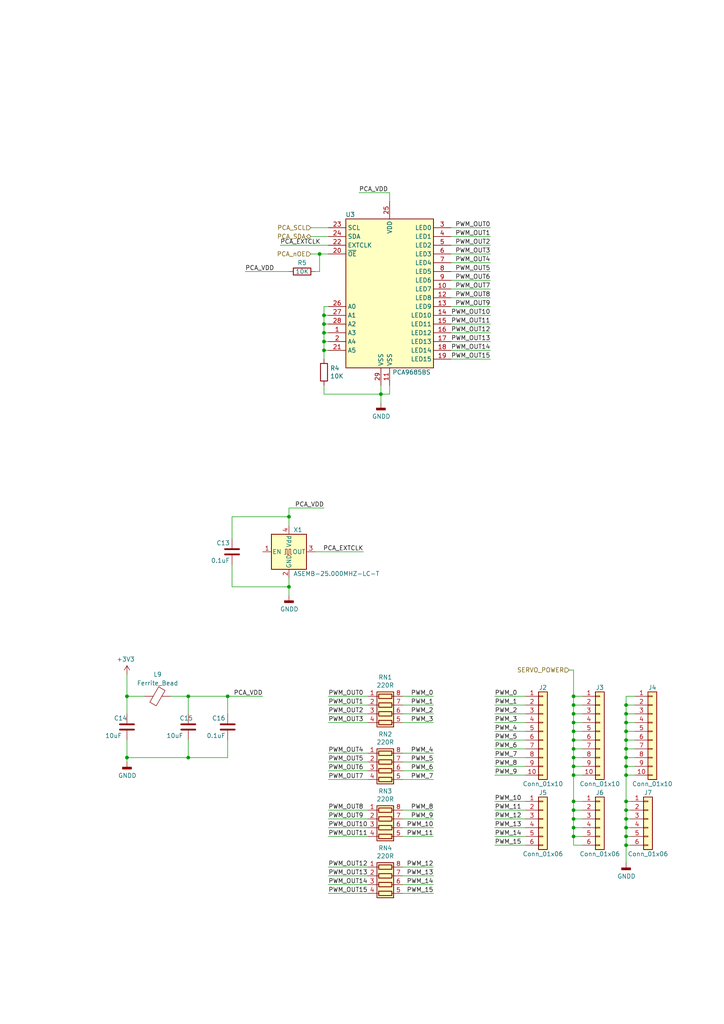
<source format=kicad_sch>
(kicad_sch (version 20211123) (generator eeschema)
  (paper "A4" portrait)
  (title_block (title "RasPi Zero NAV Hat") (date "2022-10-12") (rev "0.1") (company "chipiki.ru") (comment 1 "RasPi Zero NAV Hat") (comment 2 "Denis Tsekh"))
  (lib_symbols
    (symbol "Connector_Generic:Conn_01x06" (pin_names (offset 1.016) hide)
      (property "Reference" "J" (at 0 7.62 0))
      (property "Value" "Conn_01x06" (at 0 -10.16 0))
      (symbol "Conn_01x06_1_1"
        (rectangle (start -1.27 -7.493) (end 0 -7.747) (stroke (width 0.1524)))
        (rectangle (start -1.27 -4.953) (end 0 -5.207) (stroke (width 0.1524)))
        (rectangle (start -1.27 -2.413) (end 0 -2.667) (stroke (width 0.1524)))
        (rectangle (start -1.27 0.127) (end 0 -0.127) (stroke (width 0.1524)))
        (rectangle (start -1.27 2.667) (end 0 2.413) (stroke (width 0.1524)))
        (rectangle (start -1.27 5.207) (end 0 4.953) (stroke (width 0.1524)))
        (rectangle (start -1.27 6.35) (end 1.27 -8.89) (stroke (width 0.254)) (fill (type background)))
        (pin passive line (at -5.08 5.08 0) (length 3.81) (name "Pin_1") (number "1"))
        (pin passive line (at -5.08 2.54 0) (length 3.81) (name "Pin_2") (number "2"))
        (pin passive line (at -5.08 0 0) (length 3.81) (name "Pin_3") (number "3"))
        (pin passive line (at -5.08 -2.54 0) (length 3.81) (name "Pin_4") (number "4"))
        (pin passive line (at -5.08 -5.08 0) (length 3.81) (name "Pin_5") (number "5"))
        (pin passive line (at -5.08 -7.62 0) (length 3.81) (name "Pin_6") (number "6"))
      )
    )
    (symbol "Connector_Generic:Conn_01x10" (pin_names (offset 1.016) hide)
      (property "Reference" "J" (at 0 12.7 0))
      (property "Value" "Conn_01x10" (at 0 -15.24 0))
      (symbol "Conn_01x10_1_1"
        (rectangle (start -1.27 -12.573) (end 0 -12.827) (stroke (width 0.1524)))
        (rectangle (start -1.27 -10.033) (end 0 -10.287) (stroke (width 0.1524)))
        (rectangle (start -1.27 -7.493) (end 0 -7.747) (stroke (width 0.1524)))
        (rectangle (start -1.27 -4.953) (end 0 -5.207) (stroke (width 0.1524)))
        (rectangle (start -1.27 -2.413) (end 0 -2.667) (stroke (width 0.1524)))
        (rectangle (start -1.27 0.127) (end 0 -0.127) (stroke (width 0.1524)))
        (rectangle (start -1.27 2.667) (end 0 2.413) (stroke (width 0.1524)))
        (rectangle (start -1.27 5.207) (end 0 4.953) (stroke (width 0.1524)))
        (rectangle (start -1.27 7.747) (end 0 7.493) (stroke (width 0.1524)))
        (rectangle (start -1.27 10.287) (end 0 10.033) (stroke (width 0.1524)))
        (rectangle (start -1.27 11.43) (end 1.27 -13.97) (stroke (width 0.254)) (fill (type background)))
        (pin passive line (at -5.08 10.16 0) (length 3.81) (name "Pin_1") (number "1"))
        (pin passive line (at -5.08 -12.7 0) (length 3.81) (name "Pin_10") (number "10"))
        (pin passive line (at -5.08 7.62 0) (length 3.81) (name "Pin_2") (number "2"))
        (pin passive line (at -5.08 5.08 0) (length 3.81) (name "Pin_3") (number "3"))
        (pin passive line (at -5.08 2.54 0) (length 3.81) (name "Pin_4") (number "4"))
        (pin passive line (at -5.08 0 0) (length 3.81) (name "Pin_5") (number "5"))
        (pin passive line (at -5.08 -2.54 0) (length 3.81) (name "Pin_6") (number "6"))
        (pin passive line (at -5.08 -5.08 0) (length 3.81) (name "Pin_7") (number "7"))
        (pin passive line (at -5.08 -7.62 0) (length 3.81) (name "Pin_8") (number "8"))
        (pin passive line (at -5.08 -10.16 0) (length 3.81) (name "Pin_9") (number "9"))
      )
    )
    (symbol "Device:C" (pin_numbers hide) (pin_names (offset 0.254))
      (property "Reference" "C" (at 0.635 2.54 0))
      (property "Value" "C" (at 0.635 -2.54 0))
      (symbol "C_0_1"
        (polyline (pts (xy -2.032 -0.762) (xy 2.032 -0.762)) (stroke (width 0.508)))
        (polyline (pts (xy -2.032 0.762) (xy 2.032 0.762)) (stroke (width 0.508)))
      )
      (symbol "C_1_1"
        (pin passive line (at 0 3.81 270) (length 2.794) (name "~") (number "1"))
        (pin passive line (at 0 -3.81 90) (length 2.794) (name "~") (number "2"))
      )
    )
    (symbol "Device:FerriteBead" (pin_numbers hide) (pin_names (offset 0))
      (property "Reference" "FB" (at -3.81 0.635 90))
      (property "Value" "FerriteBead" (at 3.81 0 90))
      (symbol "FerriteBead_0_1"
        (polyline (pts (xy 0 -1.27) (xy 0 -1.2192)))
        (polyline (pts (xy 0 1.27) (xy 0 1.2954)))
        (polyline (pts (xy -2.7686 0.4064) (xy -1.7018 2.2606) (xy 2.7686 -0.3048) (xy 1.6764 -2.159) (xy -2.7686 0.4064)))
      )
      (symbol "FerriteBead_1_1"
        (pin passive line (at 0 3.81 270) (length 2.54) (name "~") (number "1"))
        (pin passive line (at 0 -3.81 90) (length 2.54) (name "~") (number "2"))
      )
    )
    (symbol "Device:R" (pin_numbers hide) (pin_names (offset 0))
      (property "Reference" "R" (at 2.032 0 90))
      (property "Value" "R" (at 0 0 90))
      (symbol "R_0_1"
        (rectangle (start -1.016 -2.54) (end 1.016 2.54) (stroke (width 0.254)))
      )
      (symbol "R_1_1"
        (pin passive line (at 0 3.81 270) (length 1.27) (name "~") (number "1"))
        (pin passive line (at 0 -3.81 90) (length 1.27) (name "~") (number "2"))
      )
    )
    (symbol "Device:R_Pack04" (pin_names (offset 0) hide)
      (property "Reference" "RN" (at -7.62 0 90))
      (property "Value" "R_Pack04" (at 5.08 0 90))
      (symbol "R_Pack04_0_1"
        (rectangle (start -6.35 -2.413) (end 3.81 2.413) (stroke (width 0.254)) (fill (type background)))
        (rectangle (start -5.715 1.905) (end -4.445 -1.905) (stroke (width 0.254)))
        (rectangle (start -3.175 1.905) (end -1.905 -1.905) (stroke (width 0.254)))
        (rectangle (start -0.635 1.905) (end 0.635 -1.905) (stroke (width 0.254)))
        (polyline (pts (xy -5.08 -2.54) (xy -5.08 -1.905)))
        (polyline (pts (xy -5.08 1.905) (xy -5.08 2.54)))
        (polyline (pts (xy -2.54 -2.54) (xy -2.54 -1.905)))
        (polyline (pts (xy -2.54 1.905) (xy -2.54 2.54)))
        (polyline (pts (xy 0 -2.54) (xy 0 -1.905)))
        (polyline (pts (xy 0 1.905) (xy 0 2.54)))
        (polyline (pts (xy 2.54 -2.54) (xy 2.54 -1.905)))
        (polyline (pts (xy 2.54 1.905) (xy 2.54 2.54)))
        (rectangle (start 1.905 1.905) (end 3.175 -1.905) (stroke (width 0.254)))
      )
      (symbol "R_Pack04_1_1"
        (pin passive line (at -5.08 -5.08 90) (length 2.54) (name "R1.1") (number "1"))
        (pin passive line (at -2.54 -5.08 90) (length 2.54) (name "R2.1") (number "2"))
        (pin passive line (at 0 -5.08 90) (length 2.54) (name "R3.1") (number "3"))
        (pin passive line (at 2.54 -5.08 90) (length 2.54) (name "R4.1") (number "4"))
        (pin passive line (at 2.54 5.08 270) (length 2.54) (name "R4.2") (number "5"))
        (pin passive line (at 0 5.08 270) (length 2.54) (name "R3.2") (number "6"))
        (pin passive line (at -2.54 5.08 270) (length 2.54) (name "R2.2") (number "7"))
        (pin passive line (at -5.08 5.08 270) (length 2.54) (name "R1.2") (number "8"))
      )
    )
    (symbol "Driver_LED:PCA9685BS"
      (property "Reference" "U" (at -12.7 22.225 0))
      (property "Value" "PCA9685BS" (at 1.27 22.225 0))
      (symbol "PCA9685BS_0_1"
        (rectangle (start -12.7 20.32) (end 12.7 -22.86) (stroke (width 0.254)) (fill (type background)))
      )
      (symbol "PCA9685BS_1_1"
        (pin input line (at -17.78 -12.7 0) (length 5.08) (name "A3") (number "1"))
        (pin output line (at 17.78 0 180) (length 5.08) (name "LED7") (number "10"))
        (pin power_in line (at 0 -27.94 90) (length 5.08) (name "VSS") (number "11"))
        (pin output line (at 17.78 -2.54 180) (length 5.08) (name "LED8") (number "12"))
        (pin output line (at 17.78 -5.08 180) (length 5.08) (name "LED9") (number "13"))
        (pin output line (at 17.78 -7.62 180) (length 5.08) (name "LED10") (number "14"))
        (pin output line (at 17.78 -10.16 180) (length 5.08) (name "LED11") (number "15"))
        (pin output line (at 17.78 -12.7 180) (length 5.08) (name "LED12") (number "16"))
        (pin output line (at 17.78 -15.24 180) (length 5.08) (name "LED13") (number "17"))
        (pin output line (at 17.78 -17.78 180) (length 5.08) (name "LED14") (number "18"))
        (pin output line (at 17.78 -20.32 180) (length 5.08) (name "LED15") (number "19"))
        (pin input line (at -17.78 -15.24 0) (length 5.08) (name "A4") (number "2"))
        (pin input line (at -17.78 10.16 0) (length 5.08) (name "~{OE}") (number "20"))
        (pin input line (at -17.78 -17.78 0) (length 5.08) (name "A5") (number "21"))
        (pin input line (at -17.78 12.7 0) (length 5.08) (name "EXTCLK") (number "22"))
        (pin input line (at -17.78 17.78 0) (length 5.08) (name "SCL") (number "23"))
        (pin bidirectional line (at -17.78 15.24 0) (length 5.08) (name "SDA") (number "24"))
        (pin power_in line (at 0 25.4 270) (length 5.08) (name "VDD") (number "25"))
        (pin input line (at -17.78 -5.08 0) (length 5.08) (name "A0") (number "26"))
        (pin input line (at -17.78 -7.62 0) (length 5.08) (name "A1") (number "27"))
        (pin input line (at -17.78 -10.16 0) (length 5.08) (name "A2") (number "28"))
        (pin power_in line (at -2.54 -27.94 90) (length 5.08) (name "VSS") (number "29"))
        (pin output line (at 17.78 17.78 180) (length 5.08) (name "LED0") (number "3"))
        (pin output line (at 17.78 15.24 180) (length 5.08) (name "LED1") (number "4"))
        (pin output line (at 17.78 12.7 180) (length 5.08) (name "LED2") (number "5"))
        (pin output line (at 17.78 10.16 180) (length 5.08) (name "LED3") (number "6"))
        (pin output line (at 17.78 7.62 180) (length 5.08) (name "LED4") (number "7"))
        (pin output line (at 17.78 5.08 180) (length 5.08) (name "LED5") (number "8"))
        (pin output line (at 17.78 2.54 180) (length 5.08) (name "LED6") (number "9"))
      )
    )
    (symbol "Oscillator:ASE-xxxMHz" (pin_names (offset 0.254))
      (property "Reference" "X" (at -5.08 6.35 0))
      (property "Value" "ASE-xxxMHz" (at 1.27 -6.35 0))
      (symbol "ASE-xxxMHz_0_1"
        (rectangle (start -5.08 5.08) (end 5.08 -5.08) (stroke (width 0.254)) (fill (type background)))
        (polyline (pts (xy -1.27 -0.762) (xy -1.016 -0.762) (xy -1.016 0.762) (xy -0.508 0.762) (xy -0.508 -0.762) (xy 0 -0.762) (xy 0 0.762) (xy 0.508 0.762) (xy 0.508 -0.762) (xy 0.762 -0.762)))
      )
      (symbol "ASE-xxxMHz_1_1"
        (pin input line (at -7.62 0 0) (length 2.54) (name "EN") (number "1"))
        (pin power_in line (at 0 -7.62 90) (length 2.54) (name "GND") (number "2"))
        (pin output line (at 7.62 0 180) (length 2.54) (name "OUT") (number "3"))
        (pin power_in line (at 0 7.62 270) (length 2.54) (name "Vdd") (number "4"))
      )
    )
    (symbol "power:GNDD" (power) (pin_names (offset 0))
      (property "Value" "GNDD" (at 0 -3.175 0))
      (symbol "GNDD_0_1"
        (rectangle (start -1.27 -1.524) (end 1.27 -2.032) (stroke (width 0.254)) (fill (type outline)))
        (polyline (pts (xy 0 0) (xy 0 -1.524)))
      )
      (symbol "GNDD_1_1"
        (pin power_in line (at 0 0 270) (length 0) hide (name "GNDD") (number "1"))
      )
    )
    (symbol "rbpi-z-hat-rescue:+3.3V-power" (power) (pin_names (offset 0))
      (property "Value" "+3.3V-power" (at 0 3.556 0))
      (symbol "+3.3V-power_0_1"
        (polyline (pts (xy -0.762 1.27) (xy 0 2.54)))
        (polyline (pts (xy 0 0) (xy 0 2.54)))
        (polyline (pts (xy 0 2.54) (xy 0.762 1.27)))
      )
      (symbol "+3.3V-power_1_1"
        (pin power_in line (at 0 0 90) (length 0) hide (name "+3V3") (number "1"))
      )
    )
  )
  (junction (at 166.37 242.57))
  (junction (at 166.37 224.79))
  (junction (at 181.61 222.25))
  (junction (at 181.61 204.47))
  (junction (at 83.82 170.18))
  (junction (at 93.98 96.52))
  (junction (at 181.61 217.17))
  (junction (at 181.61 209.55))
  (junction (at 166.37 201.93))
  (junction (at 166.37 217.17))
  (junction (at 181.61 207.01))
  (junction (at 93.98 99.06))
  (junction (at 166.37 219.71))
  (junction (at 166.37 209.55))
  (junction (at 181.61 245.11))
  (junction (at 166.37 214.63))
  (junction (at 166.37 234.95))
  (junction (at 83.82 149.86))
  (junction (at 54.61 201.93))
  (junction (at 181.61 219.71))
  (junction (at 110.49 114.3))
  (junction (at 166.37 222.25))
  (junction (at 166.37 204.47))
  (junction (at 181.61 212.09))
  (junction (at 181.61 240.03))
  (junction (at 92.71 73.66))
  (junction (at 36.83 219.71))
  (junction (at 54.61 219.71))
  (junction (at 181.61 237.49))
  (junction (at 93.98 91.44))
  (junction (at 93.98 101.6))
  (junction (at 66.04 201.93))
  (junction (at 36.83 201.93))
  (junction (at 166.37 237.49))
  (junction (at 181.61 224.79))
  (junction (at 181.61 242.57))
  (junction (at 181.61 214.63))
  (junction (at 181.61 234.95))
  (junction (at 93.98 93.98))
  (junction (at 166.37 232.41))
  (junction (at 166.37 240.03))
  (junction (at 166.37 212.09))
  (junction (at 181.61 232.41))
  (junction (at 166.37 207.01))
  (wire (pts (xy 130.81 81.28) (xy 142.24 81.28)))
  (wire (pts (xy 41.91 201.93) (xy 36.83 201.93)))
  (wire (pts (xy 93.98 88.9) (xy 93.98 91.44)))
  (wire (pts (xy 130.81 71.12) (xy 142.24 71.12)))
  (wire (pts (xy 106.68 234.95) (xy 95.25 234.95)))
  (wire (pts (xy 184.15 207.01) (xy 181.61 207.01)))
  (wire (pts (xy 49.53 201.93) (xy 54.61 201.93)))
  (wire (pts (xy 181.61 232.41) (xy 182.88 232.41)))
  (wire (pts (xy 181.61 232.41) (xy 181.61 234.95)))
  (wire (pts (xy 168.91 240.03) (xy 166.37 240.03)))
  (wire (pts (xy 181.61 212.09) (xy 181.61 214.63)))
  (wire (pts (xy 184.15 219.71) (xy 181.61 219.71)))
  (wire (pts (xy 152.4 214.63) (xy 143.51 214.63)))
  (wire (pts (xy 166.37 217.17) (xy 166.37 214.63)))
  (wire (pts (xy 113.03 114.3) (xy 113.03 111.76)))
  (wire (pts (xy 83.82 170.18) (xy 83.82 167.64)))
  (wire (pts (xy 93.98 114.3) (xy 110.49 114.3)))
  (wire (pts (xy 106.68 220.98) (xy 95.25 220.98)))
  (wire (pts (xy 166.37 194.31) (xy 165.1 194.31)))
  (wire (pts (xy 116.84 237.49) (xy 125.73 237.49)))
  (wire (pts (xy 152.4 207.01) (xy 143.51 207.01)))
  (wire (pts (xy 184.15 201.93) (xy 181.61 201.93)))
  (wire (pts (xy 166.37 232.41) (xy 166.37 224.79)))
  (wire (pts (xy 130.81 76.2) (xy 142.24 76.2)))
  (wire (pts (xy 66.04 201.93) (xy 54.61 201.93)))
  (wire (pts (xy 181.61 209.55) (xy 181.61 212.09)))
  (wire (pts (xy 166.37 201.93) (xy 166.37 194.31)))
  (wire (pts (xy 67.31 170.18) (xy 83.82 170.18)))
  (wire (pts (xy 67.31 156.21) (xy 67.31 149.86)))
  (wire (pts (xy 106.68 259.08) (xy 95.25 259.08)))
  (wire (pts (xy 182.88 242.57) (xy 181.61 242.57)))
  (wire (pts (xy 116.84 218.44) (xy 125.73 218.44)))
  (wire (pts (xy 181.61 222.25) (xy 181.61 224.79)))
  (wire (pts (xy 67.31 163.83) (xy 67.31 170.18)))
  (wire (pts (xy 181.61 242.57) (xy 181.61 245.11)))
  (wire (pts (xy 168.91 217.17) (xy 166.37 217.17)))
  (wire (pts (xy 116.84 207.01) (xy 125.73 207.01)))
  (wire (pts (xy 168.91 214.63) (xy 166.37 214.63)))
  (wire (pts (xy 93.98 147.32) (xy 83.82 147.32)))
  (wire (pts (xy 95.25 99.06) (xy 93.98 99.06)))
  (wire (pts (xy 166.37 224.79) (xy 166.37 222.25)))
  (wire (pts (xy 106.68 223.52) (xy 95.25 223.52)))
  (wire (pts (xy 168.91 209.55) (xy 166.37 209.55)))
  (wire (pts (xy 95.25 88.9) (xy 93.98 88.9)))
  (wire (pts (xy 106.68 207.01) (xy 95.25 207.01)))
  (wire (pts (xy 181.61 214.63) (xy 181.61 217.17)))
  (wire (pts (xy 54.61 219.71) (xy 36.83 219.71)))
  (wire (pts (xy 93.98 93.98) (xy 93.98 96.52)))
  (wire (pts (xy 130.81 78.74) (xy 142.24 78.74)))
  (wire (pts (xy 184.15 222.25) (xy 181.61 222.25)))
  (wire (pts (xy 152.4 237.49) (xy 143.51 237.49)))
  (wire (pts (xy 181.61 237.49) (xy 181.61 240.03)))
  (wire (pts (xy 182.88 240.03) (xy 181.61 240.03)))
  (wire (pts (xy 182.88 237.49) (xy 181.61 237.49)))
  (wire (pts (xy 54.61 201.93) (xy 54.61 207.01)))
  (wire (pts (xy 130.81 66.04) (xy 142.24 66.04)))
  (wire (pts (xy 116.84 254) (xy 125.73 254)))
  (wire (pts (xy 152.4 209.55) (xy 143.51 209.55)))
  (wire (pts (xy 184.15 217.17) (xy 181.61 217.17)))
  (wire (pts (xy 184.15 204.47) (xy 181.61 204.47)))
  (wire (pts (xy 106.68 242.57) (xy 95.25 242.57)))
  (wire (pts (xy 95.25 66.04) (xy 90.17 66.04)))
  (wire (pts (xy 166.37 245.11) (xy 166.37 242.57)))
  (wire (pts (xy 93.98 101.6) (xy 93.98 104.14)))
  (wire (pts (xy 166.37 234.95) (xy 166.37 232.41)))
  (wire (pts (xy 168.91 232.41) (xy 166.37 232.41)))
  (wire (pts (xy 92.71 78.74) (xy 91.44 78.74)))
  (wire (pts (xy 71.12 78.74) (xy 83.82 78.74)))
  (wire (pts (xy 168.91 219.71) (xy 166.37 219.71)))
  (wire (pts (xy 152.4 219.71) (xy 143.51 219.71)))
  (wire (pts (xy 66.04 201.93) (xy 66.04 207.01)))
  (wire (pts (xy 168.91 224.79) (xy 166.37 224.79)))
  (wire (pts (xy 116.84 234.95) (xy 125.73 234.95)))
  (wire (pts (xy 76.2 201.93) (xy 66.04 201.93)))
  (wire (pts (xy 106.68 201.93) (xy 95.25 201.93)))
  (wire (pts (xy 168.91 207.01) (xy 166.37 207.01)))
  (wire (pts (xy 182.88 245.11) (xy 181.61 245.11)))
  (wire (pts (xy 181.61 207.01) (xy 181.61 209.55)))
  (wire (pts (xy 36.83 219.71) (xy 36.83 220.98)))
  (wire (pts (xy 95.25 68.58) (xy 90.17 68.58)))
  (wire (pts (xy 181.61 219.71) (xy 181.61 222.25)))
  (wire (pts (xy 181.61 245.11) (xy 181.61 250.19)))
  (wire (pts (xy 152.4 234.95) (xy 143.51 234.95)))
  (wire (pts (xy 130.81 88.9) (xy 142.24 88.9)))
  (wire (pts (xy 116.84 259.08) (xy 125.73 259.08)))
  (wire (pts (xy 106.68 237.49) (xy 95.25 237.49)))
  (wire (pts (xy 168.91 201.93) (xy 166.37 201.93)))
  (wire (pts (xy 93.98 91.44) (xy 93.98 93.98)))
  (wire (pts (xy 113.03 58.42) (xy 113.03 55.88)))
  (wire (pts (xy 168.91 245.11) (xy 166.37 245.11)))
  (wire (pts (xy 130.81 101.6) (xy 142.24 101.6)))
  (wire (pts (xy 184.15 209.55) (xy 181.61 209.55)))
  (wire (pts (xy 83.82 147.32) (xy 83.82 149.86)))
  (wire (pts (xy 130.81 86.36) (xy 142.24 86.36)))
  (wire (pts (xy 181.61 204.47) (xy 181.61 207.01)))
  (wire (pts (xy 166.37 237.49) (xy 166.37 234.95)))
  (wire (pts (xy 184.15 214.63) (xy 181.61 214.63)))
  (wire (pts (xy 130.81 104.14) (xy 142.24 104.14)))
  (wire (pts (xy 110.49 114.3) (xy 113.03 114.3)))
  (wire (pts (xy 106.68 204.47) (xy 95.25 204.47)))
  (wire (pts (xy 92.71 78.74) (xy 92.71 73.66)))
  (wire (pts (xy 166.37 219.71) (xy 166.37 217.17)))
  (wire (pts (xy 152.4 232.41) (xy 143.51 232.41)))
  (wire (pts (xy 116.84 242.57) (xy 125.73 242.57)))
  (wire (pts (xy 67.31 149.86) (xy 83.82 149.86)))
  (wire (pts (xy 36.83 201.93) (xy 36.83 207.01)))
  (wire (pts (xy 106.68 256.54) (xy 95.25 256.54)))
  (wire (pts (xy 36.83 214.63) (xy 36.83 219.71)))
  (wire (pts (xy 130.81 91.44) (xy 142.24 91.44)))
  (wire (pts (xy 166.37 204.47) (xy 166.37 201.93)))
  (wire (pts (xy 116.84 240.03) (xy 125.73 240.03)))
  (wire (pts (xy 168.91 204.47) (xy 166.37 204.47)))
  (wire (pts (xy 181.61 224.79) (xy 181.61 232.41)))
  (wire (pts (xy 116.84 256.54) (xy 125.73 256.54)))
  (wire (pts (xy 184.15 224.79) (xy 181.61 224.79)))
  (wire (pts (xy 168.91 237.49) (xy 166.37 237.49)))
  (wire (pts (xy 152.4 222.25) (xy 143.51 222.25)))
  (wire (pts (xy 95.25 71.12) (xy 81.28 71.12)))
  (wire (pts (xy 91.44 160.02) (xy 105.41 160.02)))
  (wire (pts (xy 152.4 245.11) (xy 143.51 245.11)))
  (wire (pts (xy 152.4 201.93) (xy 143.51 201.93)))
  (wire (pts (xy 110.49 114.3) (xy 110.49 116.84)))
  (wire (pts (xy 182.88 234.95) (xy 181.61 234.95)))
  (wire (pts (xy 106.68 254) (xy 95.25 254)))
  (wire (pts (xy 106.68 209.55) (xy 95.25 209.55)))
  (wire (pts (xy 130.81 68.58) (xy 142.24 68.58)))
  (wire (pts (xy 152.4 204.47) (xy 143.51 204.47)))
  (wire (pts (xy 54.61 219.71) (xy 54.61 214.63)))
  (wire (pts (xy 116.84 226.06) (xy 125.73 226.06)))
  (wire (pts (xy 83.82 170.18) (xy 83.82 172.72)))
  (wire (pts (xy 95.25 101.6) (xy 93.98 101.6)))
  (wire (pts (xy 93.98 99.06) (xy 93.98 101.6)))
  (wire (pts (xy 184.15 212.09) (xy 181.61 212.09)))
  (wire (pts (xy 168.91 212.09) (xy 166.37 212.09)))
  (wire (pts (xy 152.4 240.03) (xy 143.51 240.03)))
  (wire (pts (xy 83.82 149.86) (xy 83.82 152.4)))
  (wire (pts (xy 95.25 93.98) (xy 93.98 93.98)))
  (wire (pts (xy 116.84 204.47) (xy 125.73 204.47)))
  (wire (pts (xy 116.84 223.52) (xy 125.73 223.52)))
  (wire (pts (xy 130.81 83.82) (xy 142.24 83.82)))
  (wire (pts (xy 95.25 96.52) (xy 93.98 96.52)))
  (wire (pts (xy 168.91 242.57) (xy 166.37 242.57)))
  (wire (pts (xy 152.4 224.79) (xy 143.51 224.79)))
  (wire (pts (xy 92.71 73.66) (xy 90.17 73.66)))
  (wire (pts (xy 130.81 93.98) (xy 142.24 93.98)))
  (wire (pts (xy 166.37 207.01) (xy 166.37 204.47)))
  (wire (pts (xy 152.4 242.57) (xy 143.51 242.57)))
  (wire (pts (xy 106.68 251.46) (xy 95.25 251.46)))
  (wire (pts (xy 152.4 212.09) (xy 143.51 212.09)))
  (wire (pts (xy 116.84 201.93) (xy 125.73 201.93)))
  (wire (pts (xy 152.4 217.17) (xy 143.51 217.17)))
  (wire (pts (xy 130.81 99.06) (xy 142.24 99.06)))
  (wire (pts (xy 166.37 242.57) (xy 166.37 240.03)))
  (wire (pts (xy 130.81 96.52) (xy 142.24 96.52)))
  (wire (pts (xy 130.81 73.66) (xy 142.24 73.66)))
  (wire (pts (xy 166.37 209.55) (xy 166.37 207.01)))
  (wire (pts (xy 181.61 240.03) (xy 181.61 242.57)))
  (wire (pts (xy 93.98 96.52) (xy 93.98 99.06)))
  (wire (pts (xy 66.04 219.71) (xy 54.61 219.71)))
  (wire (pts (xy 106.68 218.44) (xy 95.25 218.44)))
  (wire (pts (xy 181.61 234.95) (xy 181.61 237.49)))
  (wire (pts (xy 93.98 111.76) (xy 93.98 114.3)))
  (wire (pts (xy 168.91 234.95) (xy 166.37 234.95)))
  (wire (pts (xy 95.25 91.44) (xy 93.98 91.44)))
  (wire (pts (xy 166.37 212.09) (xy 166.37 209.55)))
  (wire (pts (xy 181.61 201.93) (xy 181.61 204.47)))
  (wire (pts (xy 116.84 251.46) (xy 125.73 251.46)))
  (wire (pts (xy 181.61 217.17) (xy 181.61 219.71)))
  (wire (pts (xy 66.04 219.71) (xy 66.04 214.63)))
  (wire (pts (xy 166.37 222.25) (xy 166.37 219.71)))
  (wire (pts (xy 110.49 111.76) (xy 110.49 114.3)))
  (wire (pts (xy 168.91 222.25) (xy 166.37 222.25)))
  (wire (pts (xy 95.25 73.66) (xy 92.71 73.66)))
  (wire (pts (xy 116.84 220.98) (xy 125.73 220.98)))
  (wire (pts (xy 36.83 195.58) (xy 36.83 201.93)))
  (wire (pts (xy 106.68 240.03) (xy 95.25 240.03)))
  (wire (pts (xy 166.37 240.03) (xy 166.37 237.49)))
  (wire (pts (xy 106.68 226.06) (xy 95.25 226.06)))
  (wire (pts (xy 116.84 209.55) (xy 125.73 209.55)))
  (wire (pts (xy 113.03 55.88) (xy 104.14 55.88)))
  (wire (pts (xy 166.37 214.63) (xy 166.37 212.09)))
  (label "PWM_15" (at 143.51 245.11 0))
  (label "PWM_5" (at 143.51 214.63 0))
  (label "PWM_11" (at 125.73 242.57 180))
  (label "PWM_OUT0" (at 95.25 201.93 0))
  (label "PWM_7" (at 125.73 226.06 180))
  (label "PWM_OUT4" (at 95.25 218.44 0))
  (label "PWM_OUT8" (at 95.25 234.95 0))
  (label "PWM_OUT6" (at 95.25 223.52 0))
  (label "PWM_2" (at 143.51 207.01 0))
  (label "PWM_OUT6" (at 142.24 81.28 180))
  (label "PWM_OUT1" (at 95.25 204.47 0))
  (label "PWM_OUT15" (at 142.24 104.14 180))
  (label "PWM_15" (at 125.73 259.08 180))
  (label "PWM_14" (at 143.51 242.57 0))
  (label "PWM_OUT9" (at 142.24 88.9 180))
  (label "PCA_VDD" (at 76.2 201.93 180))
  (label "PWM_OUT13" (at 95.25 254 0))
  (label "PWM_14" (at 125.73 256.54 180))
  (label "PWM_OUT12" (at 142.24 96.52 180))
  (label "PWM_6" (at 143.51 217.17 0))
  (label "PWM_OUT9" (at 95.25 237.49 0))
  (label "PWM_OUT3" (at 95.25 209.55 0))
  (label "PWM_5" (at 125.73 220.98 180))
  (label "PWM_7" (at 143.51 219.71 0))
  (label "PWM_8" (at 125.73 234.95 180))
  (label "PWM_13" (at 143.51 240.03 0))
  (label "PWM_OUT12" (at 95.25 251.46 0))
  (label "PWM_OUT14" (at 95.25 256.54 0))
  (label "PWM_10" (at 125.73 240.03 180))
  (label "PWM_6" (at 125.73 223.52 180))
  (label "PWM_8" (at 143.51 222.25 0))
  (label "PWM_2" (at 125.73 207.01 180))
  (label "PWM_9" (at 143.51 224.79 0))
  (label "PWM_11" (at 143.51 234.95 0))
  (label "PWM_1" (at 125.73 204.47 180))
  (label "PCA_VDD" (at 104.14 55.88 0))
  (label "PCA_EXTCLK" (at 105.41 160.02 180))
  (label "PWM_OUT13" (at 142.24 99.06 180))
  (label "PWM_OUT4" (at 142.24 76.2 180))
  (label "PWM_10" (at 143.51 232.41 0))
  (label "PWM_4" (at 125.73 218.44 180))
  (label "PWM_3" (at 125.73 209.55 180))
  (label "PWM_OUT5" (at 142.24 78.74 180))
  (label "PWM_OUT7" (at 142.24 83.82 180))
  (label "PWM_OUT10" (at 142.24 91.44 180))
  (label "PWM_0" (at 125.73 201.93 180))
  (label "PWM_13" (at 125.73 254 180))
  (label "PWM_3" (at 143.51 209.55 0))
  (label "PWM_4" (at 143.51 212.09 0))
  (label "PWM_OUT1" (at 142.24 68.58 180))
  (label "PWM_OUT10" (at 95.25 240.03 0))
  (label "PWM_OUT7" (at 95.25 226.06 0))
  (label "PWM_OUT2" (at 95.25 207.01 0))
  (label "PWM_OUT14" (at 142.24 101.6 180))
  (label "PWM_OUT11" (at 142.24 93.98 180))
  (label "PWM_12" (at 143.51 237.49 0))
  (label "PCA_VDD" (at 71.12 78.74 0))
  (label "PWM_9" (at 125.73 237.49 180))
  (label "PWM_OUT15" (at 95.25 259.08 0))
  (label "PWM_OUT5" (at 95.25 220.98 0))
  (label "PWM_OUT2" (at 142.24 71.12 180))
  (label "PWM_OUT8" (at 142.24 86.36 180))
  (label "PWM_12" (at 125.73 251.46 180))
  (label "PWM_0" (at 143.51 201.93 0))
  (label "PCA_VDD" (at 93.98 147.32 180))
  (label "PWM_OUT11" (at 95.25 242.57 0))
  (label "PWM_1" (at 143.51 204.47 0))
  (label "PWM_OUT0" (at 142.24 66.04 180))
  (label "PCA_EXTCLK" (at 81.28 71.12 0))
  (label "PWM_OUT3" (at 142.24 73.66 180))
  (hierarchical_label "PCA_SCL" (shape input) (at 90.17 66.04 180))
  (hierarchical_label "SERVO_POWER" (shape input) (at 165.1 194.31 180))
  (hierarchical_label "PCA_nOE" (shape input) (at 90.17 73.66 180))
  (hierarchical_label "PCA_SDA" (shape bidirectional) (at 90.17 68.58 180))
  (symbol (lib_id "Driver_LED:PCA9685BS") (at 113.03 83.82 0) (unit 1)
    (property "Reference" "U3" (at 101.6 62.23 0))
    (property "Value" "PCA9685BS" (at 119.38 107.95 0))
    (property "Footprint" "Package_DFN_QFN:QFN-28-1EP_6x6mm_P0.65mm_EP4.25x4.25mm" (effects hide))
    (property "Datasheet" "http://www.nxp.com/documents/data_sheet/PCA9685.pdf" (effects hide))
  )
  (symbol (lib_id "Device:R_Pack04") (at 111.76 207.01 270) (unit 1)
    (property "Reference" "RN1" (at 111.76 196.4182 90))
    (property "Value" "220R" (at 111.76 198.7296 90))
    (property "Footprint" "Resistor_SMD:R_Array_Concave_4x0603" (effects hide))
  )
  (symbol (lib_id "Device:R_Pack04") (at 111.76 223.52 270) (unit 1)
    (property "Reference" "RN2" (at 111.76 212.9282 90))
    (property "Value" "220R" (at 111.76 215.2396 90))
    (property "Footprint" "Resistor_SMD:R_Array_Concave_4x0603" (effects hide))
  )
  (symbol (lib_id "Device:R_Pack04") (at 111.76 240.03 270) (unit 1)
    (property "Reference" "RN3" (at 111.76 229.4382 90))
    (property "Value" "220R" (at 111.76 231.7496 90))
    (property "Footprint" "Resistor_SMD:R_Array_Concave_4x0603" (effects hide))
  )
  (symbol (lib_id "Device:R_Pack04") (at 111.76 256.54 270) (unit 1)
    (property "Reference" "RN4" (at 111.76 245.9482 90))
    (property "Value" "220R" (at 111.76 248.2596 90))
    (property "Footprint" "Resistor_SMD:R_Array_Concave_4x0603" (effects hide))
  )
  (symbol (lib_id "Device:R") (at 93.98 107.95 0) (unit 1)
    (property "Reference" "R4" (at 95.758 106.7816 0) (effects (justify left)))
    (property "Value" "10K" (at 95.758 109.093 0) (effects (justify left)))
    (property "Footprint" "Resistor_SMD:R_0603_1608Metric" (effects hide))
  )
  (symbol (lib_id "power:GNDD") (at 110.49 116.84 0) (unit 1)
    (property "Reference" "#PWR0101" (effects hide))
    (property "Value" "GNDD" (at 110.5916 120.777 0))
  )
  (symbol (lib_id "Device:C") (at 66.04 210.82 0) (mirror y) (unit 1)
    (property "Reference" "C16" (at 65.405 208.28 0) (effects (justify left)))
    (property "Value" "0.1uF" (at 65.405 213.36 0) (effects (justify left)))
    (property "Footprint" "Capacitor_SMD:C_0603_1608Metric" (effects hide))
  )
  (symbol (lib_id "Device:FerriteBead") (at 45.72 201.93 90) (unit 1)
    (property "Reference" "L9" (at 45.72 195.58 90))
    (property "Value" "Ferrite_Bead" (at 45.72 198.12 90))
    (property "Footprint" "Inductor_SMD:L_0805_2012Metric" (effects hide))
  )
  (symbol (lib_id "Device:C") (at 36.83 210.82 0) (unit 1)
    (property "Reference" "C14" (at 33.02 208.28 0) (effects (justify left)))
    (property "Value" "10uF" (at 30.48 213.36 0) (effects (justify left)))
    (property "Footprint" "Capacitor_SMD:C_0805_2012Metric" (effects hide))
  )
  (symbol (lib_id "Device:C") (at 54.61 210.82 0) (unit 1)
    (property "Reference" "C15" (at 52.07 208.28 0) (effects (justify left)))
    (property "Value" "10uF" (at 48.26 213.36 0) (effects (justify left)))
    (property "Footprint" "Capacitor_SMD:C_0805_2012Metric" (effects hide))
  )
  (symbol (lib_id "power:GNDD") (at 36.83 220.98 0) (unit 1)
    (property "Reference" "#PWR0102" (effects hide))
    (property "Value" "GNDD" (at 36.9316 224.917 0))
  )
  (symbol (lib_id "Connector_Generic:Conn_01x06") (at 157.48 237.49 0) (unit 1)
    (property "Reference" "J5" (at 157.48 229.87 0))
    (property "Value" "Conn_01x06" (at 157.48 247.65 0))
    (property "Footprint" "Connector_PinHeader_2.54mm:PinHeader_1x06_P2.54mm_Vertical" (effects hide))
  )
  (symbol (lib_id "Connector_Generic:Conn_01x06") (at 173.99 237.49 0) (unit 1)
    (property "Reference" "J6" (at 173.99 229.87 0))
    (property "Value" "Conn_01x06" (at 173.99 247.65 0))
    (property "Footprint" "Connector_PinHeader_2.54mm:PinHeader_1x06_P2.54mm_Vertical" (effects hide))
  )
  (symbol (lib_id "Connector_Generic:Conn_01x06") (at 187.96 237.49 0) (unit 1)
    (property "Reference" "J7" (at 187.96 229.87 0))
    (property "Value" "Conn_01x06" (at 187.96 247.65 0))
    (property "Footprint" "Connector_PinHeader_2.54mm:PinHeader_1x06_P2.54mm_Vertical" (effects hide))
  )
  (symbol (lib_id "power:GNDD") (at 181.61 250.19 0) (unit 1)
    (property "Reference" "#PWR0103" (effects hide))
    (property "Value" "GNDD" (at 181.7116 254.127 0))
  )
  (symbol (lib_id "Connector_Generic:Conn_01x10") (at 157.48 212.09 0) (unit 1)
    (property "Reference" "J2" (at 157.48 199.39 0))
    (property "Value" "Conn_01x10" (at 157.48 227.33 0))
    (property "Footprint" "Connector_PinHeader_2.54mm:PinHeader_1x10_P2.54mm_Vertical" (effects hide))
  )
  (symbol (lib_id "Connector_Generic:Conn_01x10") (at 173.99 212.09 0) (unit 1)
    (property "Reference" "J3" (at 173.99 199.39 0))
    (property "Value" "Conn_01x10" (at 173.99 227.33 0))
    (property "Footprint" "Connector_PinHeader_2.54mm:PinHeader_1x10_P2.54mm_Vertical" (effects hide))
  )
  (symbol (lib_id "Connector_Generic:Conn_01x10") (at 189.23 212.09 0) (unit 1)
    (property "Reference" "J4" (at 189.23 199.39 0))
    (property "Value" "Conn_01x10" (at 189.23 227.33 0))
    (property "Footprint" "Connector_PinHeader_2.54mm:PinHeader_1x10_P2.54mm_Vertical" (effects hide))
  )
  (symbol (lib_id "rbpi-z-hat-rescue:+3.3V-power") (at 36.83 195.58 0) (mirror y) (unit 1)
    (property "Reference" "#PWR0104" (effects hide))
    (property "Value" "+3.3V" (at 36.449 191.1858 0))
  )
  (symbol (lib_id "Device:R") (at 87.63 78.74 90) (unit 1)
    (property "Reference" "R5" (at 87.63 76.2 90))
    (property "Value" "10K" (at 87.63 78.74 90))
    (property "Footprint" "Resistor_SMD:R_0603_1608Metric" (effects hide))
  )
  (symbol (lib_id "Oscillator:ASE-xxxMHz") (at 83.82 160.02 0) (unit 1)
    (property "Reference" "X1" (at 85.09 153.67 0) (effects (justify left)))
    (property "Value" "ASEMB-25.000MHZ-LC-T" (at 85.09 166.37 0) (effects (justify left)))
    (property "Footprint" "Oscillator:Oscillator_SMD_Abracon_ASE-4Pin_3.2x2.5mm" (effects hide))
    (property "Datasheet" "http://www.abracon.com/Oscillators/ASV.pdf" (effects hide))
  )
  (symbol (lib_id "Device:C") (at 67.31 160.02 0) (mirror y) (unit 1)
    (property "Reference" "C13" (at 66.675 157.48 0) (effects (justify left)))
    (property "Value" "0.1uF" (at 66.675 162.56 0) (effects (justify left)))
    (property "Footprint" "Capacitor_SMD:C_0603_1608Metric" (effects hide))
  )
  (symbol (lib_id "power:GNDD") (at 83.82 172.72 0) (unit 1)
    (property "Reference" "#PWR0105" (effects hide))
    (property "Value" "GNDD" (at 83.9216 176.657 0))
  )
)
</source>
